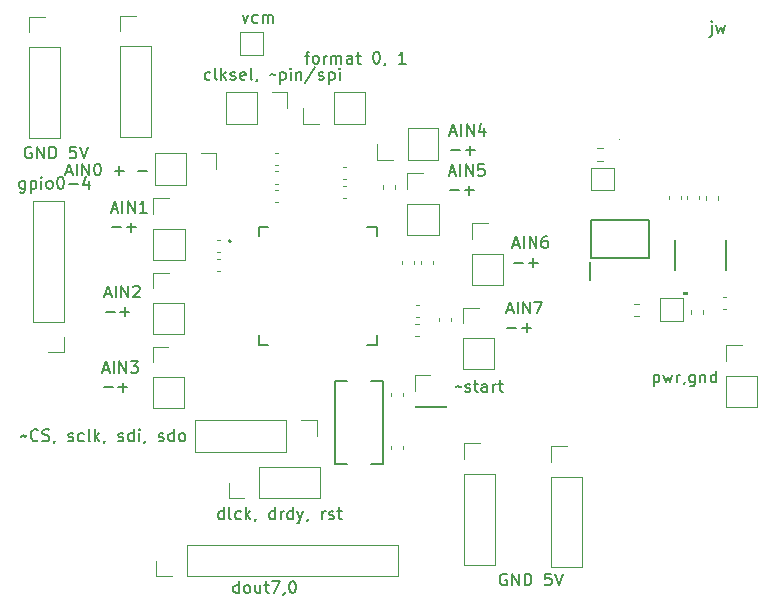
<source format=gbr>
%TF.GenerationSoftware,KiCad,Pcbnew,7.0.6*%
%TF.CreationDate,2024-02-20T00:48:49-05:00*%
%TF.ProjectId,AD7768_breakout,41443737-3638-45f6-9272-65616b6f7574,rev?*%
%TF.SameCoordinates,Original*%
%TF.FileFunction,Legend,Top*%
%TF.FilePolarity,Positive*%
%FSLAX46Y46*%
G04 Gerber Fmt 4.6, Leading zero omitted, Abs format (unit mm)*
G04 Created by KiCad (PCBNEW 7.0.6) date 2024-02-20 00:48:49*
%MOMM*%
%LPD*%
G01*
G04 APERTURE LIST*
%ADD10C,0.150000*%
%ADD11C,0.127000*%
%ADD12C,0.120000*%
%ADD13C,0.100000*%
%ADD14C,0.152400*%
%ADD15C,0.200000*%
G04 APERTURE END LIST*
D10*
X220806779Y-51323152D02*
X220806779Y-52180295D01*
X220806779Y-52180295D02*
X220759160Y-52275533D01*
X220759160Y-52275533D02*
X220663922Y-52323152D01*
X220663922Y-52323152D02*
X220616303Y-52323152D01*
X220806779Y-50989819D02*
X220759160Y-51037438D01*
X220759160Y-51037438D02*
X220806779Y-51085057D01*
X220806779Y-51085057D02*
X220854398Y-51037438D01*
X220854398Y-51037438D02*
X220806779Y-50989819D01*
X220806779Y-50989819D02*
X220806779Y-51085057D01*
X221187731Y-51323152D02*
X221378207Y-51989819D01*
X221378207Y-51989819D02*
X221568683Y-51513628D01*
X221568683Y-51513628D02*
X221759159Y-51989819D01*
X221759159Y-51989819D02*
X221949635Y-51323152D01*
X181081541Y-50483152D02*
X181319636Y-51149819D01*
X181319636Y-51149819D02*
X181557731Y-50483152D01*
X182367255Y-51102200D02*
X182272017Y-51149819D01*
X182272017Y-51149819D02*
X182081541Y-51149819D01*
X182081541Y-51149819D02*
X181986303Y-51102200D01*
X181986303Y-51102200D02*
X181938684Y-51054580D01*
X181938684Y-51054580D02*
X181891065Y-50959342D01*
X181891065Y-50959342D02*
X181891065Y-50673628D01*
X181891065Y-50673628D02*
X181938684Y-50578390D01*
X181938684Y-50578390D02*
X181986303Y-50530771D01*
X181986303Y-50530771D02*
X182081541Y-50483152D01*
X182081541Y-50483152D02*
X182272017Y-50483152D01*
X182272017Y-50483152D02*
X182367255Y-50530771D01*
X182795827Y-51149819D02*
X182795827Y-50483152D01*
X182795827Y-50578390D02*
X182843446Y-50530771D01*
X182843446Y-50530771D02*
X182938684Y-50483152D01*
X182938684Y-50483152D02*
X183081541Y-50483152D01*
X183081541Y-50483152D02*
X183176779Y-50530771D01*
X183176779Y-50530771D02*
X183224398Y-50626009D01*
X183224398Y-50626009D02*
X183224398Y-51149819D01*
X183224398Y-50626009D02*
X183272017Y-50530771D01*
X183272017Y-50530771D02*
X183367255Y-50483152D01*
X183367255Y-50483152D02*
X183510112Y-50483152D01*
X183510112Y-50483152D02*
X183605351Y-50530771D01*
X183605351Y-50530771D02*
X183652970Y-50626009D01*
X183652970Y-50626009D02*
X183652970Y-51149819D01*
X204009160Y-69934104D02*
X204485350Y-69934104D01*
X203913922Y-70219819D02*
X204247255Y-69219819D01*
X204247255Y-69219819D02*
X204580588Y-70219819D01*
X204913922Y-70219819D02*
X204913922Y-69219819D01*
X205390112Y-70219819D02*
X205390112Y-69219819D01*
X205390112Y-69219819D02*
X205961540Y-70219819D01*
X205961540Y-70219819D02*
X205961540Y-69219819D01*
X206866302Y-69219819D02*
X206675826Y-69219819D01*
X206675826Y-69219819D02*
X206580588Y-69267438D01*
X206580588Y-69267438D02*
X206532969Y-69315057D01*
X206532969Y-69315057D02*
X206437731Y-69457914D01*
X206437731Y-69457914D02*
X206390112Y-69648390D01*
X206390112Y-69648390D02*
X206390112Y-70029342D01*
X206390112Y-70029342D02*
X206437731Y-70124580D01*
X206437731Y-70124580D02*
X206485350Y-70172200D01*
X206485350Y-70172200D02*
X206580588Y-70219819D01*
X206580588Y-70219819D02*
X206771064Y-70219819D01*
X206771064Y-70219819D02*
X206866302Y-70172200D01*
X206866302Y-70172200D02*
X206913921Y-70124580D01*
X206913921Y-70124580D02*
X206961540Y-70029342D01*
X206961540Y-70029342D02*
X206961540Y-69791247D01*
X206961540Y-69791247D02*
X206913921Y-69696009D01*
X206913921Y-69696009D02*
X206866302Y-69648390D01*
X206866302Y-69648390D02*
X206771064Y-69600771D01*
X206771064Y-69600771D02*
X206580588Y-69600771D01*
X206580588Y-69600771D02*
X206485350Y-69648390D01*
X206485350Y-69648390D02*
X206437731Y-69696009D01*
X206437731Y-69696009D02*
X206390112Y-69791247D01*
X204056779Y-71448866D02*
X204818684Y-71448866D01*
X205294874Y-71448866D02*
X206056779Y-71448866D01*
X205675826Y-71829819D02*
X205675826Y-71067914D01*
X215896779Y-80933152D02*
X215896779Y-81933152D01*
X215896779Y-80980771D02*
X215992017Y-80933152D01*
X215992017Y-80933152D02*
X216182493Y-80933152D01*
X216182493Y-80933152D02*
X216277731Y-80980771D01*
X216277731Y-80980771D02*
X216325350Y-81028390D01*
X216325350Y-81028390D02*
X216372969Y-81123628D01*
X216372969Y-81123628D02*
X216372969Y-81409342D01*
X216372969Y-81409342D02*
X216325350Y-81504580D01*
X216325350Y-81504580D02*
X216277731Y-81552200D01*
X216277731Y-81552200D02*
X216182493Y-81599819D01*
X216182493Y-81599819D02*
X215992017Y-81599819D01*
X215992017Y-81599819D02*
X215896779Y-81552200D01*
X216706303Y-80933152D02*
X216896779Y-81599819D01*
X216896779Y-81599819D02*
X217087255Y-81123628D01*
X217087255Y-81123628D02*
X217277731Y-81599819D01*
X217277731Y-81599819D02*
X217468207Y-80933152D01*
X217849160Y-81599819D02*
X217849160Y-80933152D01*
X217849160Y-81123628D02*
X217896779Y-81028390D01*
X217896779Y-81028390D02*
X217944398Y-80980771D01*
X217944398Y-80980771D02*
X218039636Y-80933152D01*
X218039636Y-80933152D02*
X218134874Y-80933152D01*
X218515827Y-81552200D02*
X218515827Y-81599819D01*
X218515827Y-81599819D02*
X218468208Y-81695057D01*
X218468208Y-81695057D02*
X218420589Y-81742676D01*
X219372969Y-80933152D02*
X219372969Y-81742676D01*
X219372969Y-81742676D02*
X219325350Y-81837914D01*
X219325350Y-81837914D02*
X219277731Y-81885533D01*
X219277731Y-81885533D02*
X219182493Y-81933152D01*
X219182493Y-81933152D02*
X219039636Y-81933152D01*
X219039636Y-81933152D02*
X218944398Y-81885533D01*
X219372969Y-81552200D02*
X219277731Y-81599819D01*
X219277731Y-81599819D02*
X219087255Y-81599819D01*
X219087255Y-81599819D02*
X218992017Y-81552200D01*
X218992017Y-81552200D02*
X218944398Y-81504580D01*
X218944398Y-81504580D02*
X218896779Y-81409342D01*
X218896779Y-81409342D02*
X218896779Y-81123628D01*
X218896779Y-81123628D02*
X218944398Y-81028390D01*
X218944398Y-81028390D02*
X218992017Y-80980771D01*
X218992017Y-80980771D02*
X219087255Y-80933152D01*
X219087255Y-80933152D02*
X219277731Y-80933152D01*
X219277731Y-80933152D02*
X219372969Y-80980771D01*
X219849160Y-80933152D02*
X219849160Y-81599819D01*
X219849160Y-81028390D02*
X219896779Y-80980771D01*
X219896779Y-80980771D02*
X219992017Y-80933152D01*
X219992017Y-80933152D02*
X220134874Y-80933152D01*
X220134874Y-80933152D02*
X220230112Y-80980771D01*
X220230112Y-80980771D02*
X220277731Y-81076009D01*
X220277731Y-81076009D02*
X220277731Y-81599819D01*
X221182493Y-81599819D02*
X221182493Y-80599819D01*
X221182493Y-81552200D02*
X221087255Y-81599819D01*
X221087255Y-81599819D02*
X220896779Y-81599819D01*
X220896779Y-81599819D02*
X220801541Y-81552200D01*
X220801541Y-81552200D02*
X220753922Y-81504580D01*
X220753922Y-81504580D02*
X220706303Y-81409342D01*
X220706303Y-81409342D02*
X220706303Y-81123628D01*
X220706303Y-81123628D02*
X220753922Y-81028390D01*
X220753922Y-81028390D02*
X220801541Y-80980771D01*
X220801541Y-80980771D02*
X220896779Y-80933152D01*
X220896779Y-80933152D02*
X221087255Y-80933152D01*
X221087255Y-80933152D02*
X221182493Y-80980771D01*
X199123922Y-82018866D02*
X199171541Y-81971247D01*
X199171541Y-81971247D02*
X199266779Y-81923628D01*
X199266779Y-81923628D02*
X199457255Y-82018866D01*
X199457255Y-82018866D02*
X199552493Y-81971247D01*
X199552493Y-81971247D02*
X199600112Y-81923628D01*
X199933446Y-82352200D02*
X200028684Y-82399819D01*
X200028684Y-82399819D02*
X200219160Y-82399819D01*
X200219160Y-82399819D02*
X200314398Y-82352200D01*
X200314398Y-82352200D02*
X200362017Y-82256961D01*
X200362017Y-82256961D02*
X200362017Y-82209342D01*
X200362017Y-82209342D02*
X200314398Y-82114104D01*
X200314398Y-82114104D02*
X200219160Y-82066485D01*
X200219160Y-82066485D02*
X200076303Y-82066485D01*
X200076303Y-82066485D02*
X199981065Y-82018866D01*
X199981065Y-82018866D02*
X199933446Y-81923628D01*
X199933446Y-81923628D02*
X199933446Y-81876009D01*
X199933446Y-81876009D02*
X199981065Y-81780771D01*
X199981065Y-81780771D02*
X200076303Y-81733152D01*
X200076303Y-81733152D02*
X200219160Y-81733152D01*
X200219160Y-81733152D02*
X200314398Y-81780771D01*
X200647732Y-81733152D02*
X201028684Y-81733152D01*
X200790589Y-81399819D02*
X200790589Y-82256961D01*
X200790589Y-82256961D02*
X200838208Y-82352200D01*
X200838208Y-82352200D02*
X200933446Y-82399819D01*
X200933446Y-82399819D02*
X201028684Y-82399819D01*
X201790589Y-82399819D02*
X201790589Y-81876009D01*
X201790589Y-81876009D02*
X201742970Y-81780771D01*
X201742970Y-81780771D02*
X201647732Y-81733152D01*
X201647732Y-81733152D02*
X201457256Y-81733152D01*
X201457256Y-81733152D02*
X201362018Y-81780771D01*
X201790589Y-82352200D02*
X201695351Y-82399819D01*
X201695351Y-82399819D02*
X201457256Y-82399819D01*
X201457256Y-82399819D02*
X201362018Y-82352200D01*
X201362018Y-82352200D02*
X201314399Y-82256961D01*
X201314399Y-82256961D02*
X201314399Y-82161723D01*
X201314399Y-82161723D02*
X201362018Y-82066485D01*
X201362018Y-82066485D02*
X201457256Y-82018866D01*
X201457256Y-82018866D02*
X201695351Y-82018866D01*
X201695351Y-82018866D02*
X201790589Y-81971247D01*
X202266780Y-82399819D02*
X202266780Y-81733152D01*
X202266780Y-81923628D02*
X202314399Y-81828390D01*
X202314399Y-81828390D02*
X202362018Y-81780771D01*
X202362018Y-81780771D02*
X202457256Y-81733152D01*
X202457256Y-81733152D02*
X202552494Y-81733152D01*
X202742971Y-81733152D02*
X203123923Y-81733152D01*
X202885828Y-81399819D02*
X202885828Y-82256961D01*
X202885828Y-82256961D02*
X202933447Y-82352200D01*
X202933447Y-82352200D02*
X203028685Y-82399819D01*
X203028685Y-82399819D02*
X203123923Y-82399819D01*
X178345350Y-55932200D02*
X178250112Y-55979819D01*
X178250112Y-55979819D02*
X178059636Y-55979819D01*
X178059636Y-55979819D02*
X177964398Y-55932200D01*
X177964398Y-55932200D02*
X177916779Y-55884580D01*
X177916779Y-55884580D02*
X177869160Y-55789342D01*
X177869160Y-55789342D02*
X177869160Y-55503628D01*
X177869160Y-55503628D02*
X177916779Y-55408390D01*
X177916779Y-55408390D02*
X177964398Y-55360771D01*
X177964398Y-55360771D02*
X178059636Y-55313152D01*
X178059636Y-55313152D02*
X178250112Y-55313152D01*
X178250112Y-55313152D02*
X178345350Y-55360771D01*
X178916779Y-55979819D02*
X178821541Y-55932200D01*
X178821541Y-55932200D02*
X178773922Y-55836961D01*
X178773922Y-55836961D02*
X178773922Y-54979819D01*
X179297732Y-55979819D02*
X179297732Y-54979819D01*
X179392970Y-55598866D02*
X179678684Y-55979819D01*
X179678684Y-55313152D02*
X179297732Y-55694104D01*
X180059637Y-55932200D02*
X180154875Y-55979819D01*
X180154875Y-55979819D02*
X180345351Y-55979819D01*
X180345351Y-55979819D02*
X180440589Y-55932200D01*
X180440589Y-55932200D02*
X180488208Y-55836961D01*
X180488208Y-55836961D02*
X180488208Y-55789342D01*
X180488208Y-55789342D02*
X180440589Y-55694104D01*
X180440589Y-55694104D02*
X180345351Y-55646485D01*
X180345351Y-55646485D02*
X180202494Y-55646485D01*
X180202494Y-55646485D02*
X180107256Y-55598866D01*
X180107256Y-55598866D02*
X180059637Y-55503628D01*
X180059637Y-55503628D02*
X180059637Y-55456009D01*
X180059637Y-55456009D02*
X180107256Y-55360771D01*
X180107256Y-55360771D02*
X180202494Y-55313152D01*
X180202494Y-55313152D02*
X180345351Y-55313152D01*
X180345351Y-55313152D02*
X180440589Y-55360771D01*
X181297732Y-55932200D02*
X181202494Y-55979819D01*
X181202494Y-55979819D02*
X181012018Y-55979819D01*
X181012018Y-55979819D02*
X180916780Y-55932200D01*
X180916780Y-55932200D02*
X180869161Y-55836961D01*
X180869161Y-55836961D02*
X180869161Y-55456009D01*
X180869161Y-55456009D02*
X180916780Y-55360771D01*
X180916780Y-55360771D02*
X181012018Y-55313152D01*
X181012018Y-55313152D02*
X181202494Y-55313152D01*
X181202494Y-55313152D02*
X181297732Y-55360771D01*
X181297732Y-55360771D02*
X181345351Y-55456009D01*
X181345351Y-55456009D02*
X181345351Y-55551247D01*
X181345351Y-55551247D02*
X180869161Y-55646485D01*
X181916780Y-55979819D02*
X181821542Y-55932200D01*
X181821542Y-55932200D02*
X181773923Y-55836961D01*
X181773923Y-55836961D02*
X181773923Y-54979819D01*
X182345352Y-55932200D02*
X182345352Y-55979819D01*
X182345352Y-55979819D02*
X182297733Y-56075057D01*
X182297733Y-56075057D02*
X182250114Y-56122676D01*
X183392971Y-55598866D02*
X183440590Y-55551247D01*
X183440590Y-55551247D02*
X183535828Y-55503628D01*
X183535828Y-55503628D02*
X183726304Y-55598866D01*
X183726304Y-55598866D02*
X183821542Y-55551247D01*
X183821542Y-55551247D02*
X183869161Y-55503628D01*
X184250114Y-55313152D02*
X184250114Y-56313152D01*
X184250114Y-55360771D02*
X184345352Y-55313152D01*
X184345352Y-55313152D02*
X184535828Y-55313152D01*
X184535828Y-55313152D02*
X184631066Y-55360771D01*
X184631066Y-55360771D02*
X184678685Y-55408390D01*
X184678685Y-55408390D02*
X184726304Y-55503628D01*
X184726304Y-55503628D02*
X184726304Y-55789342D01*
X184726304Y-55789342D02*
X184678685Y-55884580D01*
X184678685Y-55884580D02*
X184631066Y-55932200D01*
X184631066Y-55932200D02*
X184535828Y-55979819D01*
X184535828Y-55979819D02*
X184345352Y-55979819D01*
X184345352Y-55979819D02*
X184250114Y-55932200D01*
X185154876Y-55979819D02*
X185154876Y-55313152D01*
X185154876Y-54979819D02*
X185107257Y-55027438D01*
X185107257Y-55027438D02*
X185154876Y-55075057D01*
X185154876Y-55075057D02*
X185202495Y-55027438D01*
X185202495Y-55027438D02*
X185154876Y-54979819D01*
X185154876Y-54979819D02*
X185154876Y-55075057D01*
X185631066Y-55313152D02*
X185631066Y-55979819D01*
X185631066Y-55408390D02*
X185678685Y-55360771D01*
X185678685Y-55360771D02*
X185773923Y-55313152D01*
X185773923Y-55313152D02*
X185916780Y-55313152D01*
X185916780Y-55313152D02*
X186012018Y-55360771D01*
X186012018Y-55360771D02*
X186059637Y-55456009D01*
X186059637Y-55456009D02*
X186059637Y-55979819D01*
X187250113Y-54932200D02*
X186392971Y-56217914D01*
X187535828Y-55932200D02*
X187631066Y-55979819D01*
X187631066Y-55979819D02*
X187821542Y-55979819D01*
X187821542Y-55979819D02*
X187916780Y-55932200D01*
X187916780Y-55932200D02*
X187964399Y-55836961D01*
X187964399Y-55836961D02*
X187964399Y-55789342D01*
X187964399Y-55789342D02*
X187916780Y-55694104D01*
X187916780Y-55694104D02*
X187821542Y-55646485D01*
X187821542Y-55646485D02*
X187678685Y-55646485D01*
X187678685Y-55646485D02*
X187583447Y-55598866D01*
X187583447Y-55598866D02*
X187535828Y-55503628D01*
X187535828Y-55503628D02*
X187535828Y-55456009D01*
X187535828Y-55456009D02*
X187583447Y-55360771D01*
X187583447Y-55360771D02*
X187678685Y-55313152D01*
X187678685Y-55313152D02*
X187821542Y-55313152D01*
X187821542Y-55313152D02*
X187916780Y-55360771D01*
X188392971Y-55313152D02*
X188392971Y-56313152D01*
X188392971Y-55360771D02*
X188488209Y-55313152D01*
X188488209Y-55313152D02*
X188678685Y-55313152D01*
X188678685Y-55313152D02*
X188773923Y-55360771D01*
X188773923Y-55360771D02*
X188821542Y-55408390D01*
X188821542Y-55408390D02*
X188869161Y-55503628D01*
X188869161Y-55503628D02*
X188869161Y-55789342D01*
X188869161Y-55789342D02*
X188821542Y-55884580D01*
X188821542Y-55884580D02*
X188773923Y-55932200D01*
X188773923Y-55932200D02*
X188678685Y-55979819D01*
X188678685Y-55979819D02*
X188488209Y-55979819D01*
X188488209Y-55979819D02*
X188392971Y-55932200D01*
X189297733Y-55979819D02*
X189297733Y-55313152D01*
X189297733Y-54979819D02*
X189250114Y-55027438D01*
X189250114Y-55027438D02*
X189297733Y-55075057D01*
X189297733Y-55075057D02*
X189345352Y-55027438D01*
X189345352Y-55027438D02*
X189297733Y-54979819D01*
X189297733Y-54979819D02*
X189297733Y-55075057D01*
X203440588Y-97827438D02*
X203345350Y-97779819D01*
X203345350Y-97779819D02*
X203202493Y-97779819D01*
X203202493Y-97779819D02*
X203059636Y-97827438D01*
X203059636Y-97827438D02*
X202964398Y-97922676D01*
X202964398Y-97922676D02*
X202916779Y-98017914D01*
X202916779Y-98017914D02*
X202869160Y-98208390D01*
X202869160Y-98208390D02*
X202869160Y-98351247D01*
X202869160Y-98351247D02*
X202916779Y-98541723D01*
X202916779Y-98541723D02*
X202964398Y-98636961D01*
X202964398Y-98636961D02*
X203059636Y-98732200D01*
X203059636Y-98732200D02*
X203202493Y-98779819D01*
X203202493Y-98779819D02*
X203297731Y-98779819D01*
X203297731Y-98779819D02*
X203440588Y-98732200D01*
X203440588Y-98732200D02*
X203488207Y-98684580D01*
X203488207Y-98684580D02*
X203488207Y-98351247D01*
X203488207Y-98351247D02*
X203297731Y-98351247D01*
X203916779Y-98779819D02*
X203916779Y-97779819D01*
X203916779Y-97779819D02*
X204488207Y-98779819D01*
X204488207Y-98779819D02*
X204488207Y-97779819D01*
X204964398Y-98779819D02*
X204964398Y-97779819D01*
X204964398Y-97779819D02*
X205202493Y-97779819D01*
X205202493Y-97779819D02*
X205345350Y-97827438D01*
X205345350Y-97827438D02*
X205440588Y-97922676D01*
X205440588Y-97922676D02*
X205488207Y-98017914D01*
X205488207Y-98017914D02*
X205535826Y-98208390D01*
X205535826Y-98208390D02*
X205535826Y-98351247D01*
X205535826Y-98351247D02*
X205488207Y-98541723D01*
X205488207Y-98541723D02*
X205440588Y-98636961D01*
X205440588Y-98636961D02*
X205345350Y-98732200D01*
X205345350Y-98732200D02*
X205202493Y-98779819D01*
X205202493Y-98779819D02*
X204964398Y-98779819D01*
X207202493Y-97779819D02*
X206726303Y-97779819D01*
X206726303Y-97779819D02*
X206678684Y-98256009D01*
X206678684Y-98256009D02*
X206726303Y-98208390D01*
X206726303Y-98208390D02*
X206821541Y-98160771D01*
X206821541Y-98160771D02*
X207059636Y-98160771D01*
X207059636Y-98160771D02*
X207154874Y-98208390D01*
X207154874Y-98208390D02*
X207202493Y-98256009D01*
X207202493Y-98256009D02*
X207250112Y-98351247D01*
X207250112Y-98351247D02*
X207250112Y-98589342D01*
X207250112Y-98589342D02*
X207202493Y-98684580D01*
X207202493Y-98684580D02*
X207154874Y-98732200D01*
X207154874Y-98732200D02*
X207059636Y-98779819D01*
X207059636Y-98779819D02*
X206821541Y-98779819D01*
X206821541Y-98779819D02*
X206726303Y-98732200D01*
X206726303Y-98732200D02*
X206678684Y-98684580D01*
X207535827Y-97779819D02*
X207869160Y-98779819D01*
X207869160Y-98779819D02*
X208202493Y-97779819D01*
X169439160Y-74114104D02*
X169915350Y-74114104D01*
X169343922Y-74399819D02*
X169677255Y-73399819D01*
X169677255Y-73399819D02*
X170010588Y-74399819D01*
X170343922Y-74399819D02*
X170343922Y-73399819D01*
X170820112Y-74399819D02*
X170820112Y-73399819D01*
X170820112Y-73399819D02*
X171391540Y-74399819D01*
X171391540Y-74399819D02*
X171391540Y-73399819D01*
X171820112Y-73495057D02*
X171867731Y-73447438D01*
X171867731Y-73447438D02*
X171962969Y-73399819D01*
X171962969Y-73399819D02*
X172201064Y-73399819D01*
X172201064Y-73399819D02*
X172296302Y-73447438D01*
X172296302Y-73447438D02*
X172343921Y-73495057D01*
X172343921Y-73495057D02*
X172391540Y-73590295D01*
X172391540Y-73590295D02*
X172391540Y-73685533D01*
X172391540Y-73685533D02*
X172343921Y-73828390D01*
X172343921Y-73828390D02*
X171772493Y-74399819D01*
X171772493Y-74399819D02*
X172391540Y-74399819D01*
X169486779Y-75628866D02*
X170248684Y-75628866D01*
X170724874Y-75628866D02*
X171486779Y-75628866D01*
X171105826Y-76009819D02*
X171105826Y-75247914D01*
X170009160Y-66934104D02*
X170485350Y-66934104D01*
X169913922Y-67219819D02*
X170247255Y-66219819D01*
X170247255Y-66219819D02*
X170580588Y-67219819D01*
X170913922Y-67219819D02*
X170913922Y-66219819D01*
X171390112Y-67219819D02*
X171390112Y-66219819D01*
X171390112Y-66219819D02*
X171961540Y-67219819D01*
X171961540Y-67219819D02*
X171961540Y-66219819D01*
X172961540Y-67219819D02*
X172390112Y-67219819D01*
X172675826Y-67219819D02*
X172675826Y-66219819D01*
X172675826Y-66219819D02*
X172580588Y-66362676D01*
X172580588Y-66362676D02*
X172485350Y-66457914D01*
X172485350Y-66457914D02*
X172390112Y-66505533D01*
X170056779Y-68448866D02*
X170818684Y-68448866D01*
X171294874Y-68448866D02*
X172056779Y-68448866D01*
X171675826Y-68829819D02*
X171675826Y-68067914D01*
X162333922Y-86188866D02*
X162381541Y-86141247D01*
X162381541Y-86141247D02*
X162476779Y-86093628D01*
X162476779Y-86093628D02*
X162667255Y-86188866D01*
X162667255Y-86188866D02*
X162762493Y-86141247D01*
X162762493Y-86141247D02*
X162810112Y-86093628D01*
X163762493Y-86474580D02*
X163714874Y-86522200D01*
X163714874Y-86522200D02*
X163572017Y-86569819D01*
X163572017Y-86569819D02*
X163476779Y-86569819D01*
X163476779Y-86569819D02*
X163333922Y-86522200D01*
X163333922Y-86522200D02*
X163238684Y-86426961D01*
X163238684Y-86426961D02*
X163191065Y-86331723D01*
X163191065Y-86331723D02*
X163143446Y-86141247D01*
X163143446Y-86141247D02*
X163143446Y-85998390D01*
X163143446Y-85998390D02*
X163191065Y-85807914D01*
X163191065Y-85807914D02*
X163238684Y-85712676D01*
X163238684Y-85712676D02*
X163333922Y-85617438D01*
X163333922Y-85617438D02*
X163476779Y-85569819D01*
X163476779Y-85569819D02*
X163572017Y-85569819D01*
X163572017Y-85569819D02*
X163714874Y-85617438D01*
X163714874Y-85617438D02*
X163762493Y-85665057D01*
X164143446Y-86522200D02*
X164286303Y-86569819D01*
X164286303Y-86569819D02*
X164524398Y-86569819D01*
X164524398Y-86569819D02*
X164619636Y-86522200D01*
X164619636Y-86522200D02*
X164667255Y-86474580D01*
X164667255Y-86474580D02*
X164714874Y-86379342D01*
X164714874Y-86379342D02*
X164714874Y-86284104D01*
X164714874Y-86284104D02*
X164667255Y-86188866D01*
X164667255Y-86188866D02*
X164619636Y-86141247D01*
X164619636Y-86141247D02*
X164524398Y-86093628D01*
X164524398Y-86093628D02*
X164333922Y-86046009D01*
X164333922Y-86046009D02*
X164238684Y-85998390D01*
X164238684Y-85998390D02*
X164191065Y-85950771D01*
X164191065Y-85950771D02*
X164143446Y-85855533D01*
X164143446Y-85855533D02*
X164143446Y-85760295D01*
X164143446Y-85760295D02*
X164191065Y-85665057D01*
X164191065Y-85665057D02*
X164238684Y-85617438D01*
X164238684Y-85617438D02*
X164333922Y-85569819D01*
X164333922Y-85569819D02*
X164572017Y-85569819D01*
X164572017Y-85569819D02*
X164714874Y-85617438D01*
X165191065Y-86522200D02*
X165191065Y-86569819D01*
X165191065Y-86569819D02*
X165143446Y-86665057D01*
X165143446Y-86665057D02*
X165095827Y-86712676D01*
X166333922Y-86522200D02*
X166429160Y-86569819D01*
X166429160Y-86569819D02*
X166619636Y-86569819D01*
X166619636Y-86569819D02*
X166714874Y-86522200D01*
X166714874Y-86522200D02*
X166762493Y-86426961D01*
X166762493Y-86426961D02*
X166762493Y-86379342D01*
X166762493Y-86379342D02*
X166714874Y-86284104D01*
X166714874Y-86284104D02*
X166619636Y-86236485D01*
X166619636Y-86236485D02*
X166476779Y-86236485D01*
X166476779Y-86236485D02*
X166381541Y-86188866D01*
X166381541Y-86188866D02*
X166333922Y-86093628D01*
X166333922Y-86093628D02*
X166333922Y-86046009D01*
X166333922Y-86046009D02*
X166381541Y-85950771D01*
X166381541Y-85950771D02*
X166476779Y-85903152D01*
X166476779Y-85903152D02*
X166619636Y-85903152D01*
X166619636Y-85903152D02*
X166714874Y-85950771D01*
X167619636Y-86522200D02*
X167524398Y-86569819D01*
X167524398Y-86569819D02*
X167333922Y-86569819D01*
X167333922Y-86569819D02*
X167238684Y-86522200D01*
X167238684Y-86522200D02*
X167191065Y-86474580D01*
X167191065Y-86474580D02*
X167143446Y-86379342D01*
X167143446Y-86379342D02*
X167143446Y-86093628D01*
X167143446Y-86093628D02*
X167191065Y-85998390D01*
X167191065Y-85998390D02*
X167238684Y-85950771D01*
X167238684Y-85950771D02*
X167333922Y-85903152D01*
X167333922Y-85903152D02*
X167524398Y-85903152D01*
X167524398Y-85903152D02*
X167619636Y-85950771D01*
X168191065Y-86569819D02*
X168095827Y-86522200D01*
X168095827Y-86522200D02*
X168048208Y-86426961D01*
X168048208Y-86426961D02*
X168048208Y-85569819D01*
X168572018Y-86569819D02*
X168572018Y-85569819D01*
X168667256Y-86188866D02*
X168952970Y-86569819D01*
X168952970Y-85903152D02*
X168572018Y-86284104D01*
X169429161Y-86522200D02*
X169429161Y-86569819D01*
X169429161Y-86569819D02*
X169381542Y-86665057D01*
X169381542Y-86665057D02*
X169333923Y-86712676D01*
X170572018Y-86522200D02*
X170667256Y-86569819D01*
X170667256Y-86569819D02*
X170857732Y-86569819D01*
X170857732Y-86569819D02*
X170952970Y-86522200D01*
X170952970Y-86522200D02*
X171000589Y-86426961D01*
X171000589Y-86426961D02*
X171000589Y-86379342D01*
X171000589Y-86379342D02*
X170952970Y-86284104D01*
X170952970Y-86284104D02*
X170857732Y-86236485D01*
X170857732Y-86236485D02*
X170714875Y-86236485D01*
X170714875Y-86236485D02*
X170619637Y-86188866D01*
X170619637Y-86188866D02*
X170572018Y-86093628D01*
X170572018Y-86093628D02*
X170572018Y-86046009D01*
X170572018Y-86046009D02*
X170619637Y-85950771D01*
X170619637Y-85950771D02*
X170714875Y-85903152D01*
X170714875Y-85903152D02*
X170857732Y-85903152D01*
X170857732Y-85903152D02*
X170952970Y-85950771D01*
X171857732Y-86569819D02*
X171857732Y-85569819D01*
X171857732Y-86522200D02*
X171762494Y-86569819D01*
X171762494Y-86569819D02*
X171572018Y-86569819D01*
X171572018Y-86569819D02*
X171476780Y-86522200D01*
X171476780Y-86522200D02*
X171429161Y-86474580D01*
X171429161Y-86474580D02*
X171381542Y-86379342D01*
X171381542Y-86379342D02*
X171381542Y-86093628D01*
X171381542Y-86093628D02*
X171429161Y-85998390D01*
X171429161Y-85998390D02*
X171476780Y-85950771D01*
X171476780Y-85950771D02*
X171572018Y-85903152D01*
X171572018Y-85903152D02*
X171762494Y-85903152D01*
X171762494Y-85903152D02*
X171857732Y-85950771D01*
X172333923Y-86569819D02*
X172333923Y-85903152D01*
X172333923Y-85569819D02*
X172286304Y-85617438D01*
X172286304Y-85617438D02*
X172333923Y-85665057D01*
X172333923Y-85665057D02*
X172381542Y-85617438D01*
X172381542Y-85617438D02*
X172333923Y-85569819D01*
X172333923Y-85569819D02*
X172333923Y-85665057D01*
X172857732Y-86522200D02*
X172857732Y-86569819D01*
X172857732Y-86569819D02*
X172810113Y-86665057D01*
X172810113Y-86665057D02*
X172762494Y-86712676D01*
X174000589Y-86522200D02*
X174095827Y-86569819D01*
X174095827Y-86569819D02*
X174286303Y-86569819D01*
X174286303Y-86569819D02*
X174381541Y-86522200D01*
X174381541Y-86522200D02*
X174429160Y-86426961D01*
X174429160Y-86426961D02*
X174429160Y-86379342D01*
X174429160Y-86379342D02*
X174381541Y-86284104D01*
X174381541Y-86284104D02*
X174286303Y-86236485D01*
X174286303Y-86236485D02*
X174143446Y-86236485D01*
X174143446Y-86236485D02*
X174048208Y-86188866D01*
X174048208Y-86188866D02*
X174000589Y-86093628D01*
X174000589Y-86093628D02*
X174000589Y-86046009D01*
X174000589Y-86046009D02*
X174048208Y-85950771D01*
X174048208Y-85950771D02*
X174143446Y-85903152D01*
X174143446Y-85903152D02*
X174286303Y-85903152D01*
X174286303Y-85903152D02*
X174381541Y-85950771D01*
X175286303Y-86569819D02*
X175286303Y-85569819D01*
X175286303Y-86522200D02*
X175191065Y-86569819D01*
X175191065Y-86569819D02*
X175000589Y-86569819D01*
X175000589Y-86569819D02*
X174905351Y-86522200D01*
X174905351Y-86522200D02*
X174857732Y-86474580D01*
X174857732Y-86474580D02*
X174810113Y-86379342D01*
X174810113Y-86379342D02*
X174810113Y-86093628D01*
X174810113Y-86093628D02*
X174857732Y-85998390D01*
X174857732Y-85998390D02*
X174905351Y-85950771D01*
X174905351Y-85950771D02*
X175000589Y-85903152D01*
X175000589Y-85903152D02*
X175191065Y-85903152D01*
X175191065Y-85903152D02*
X175286303Y-85950771D01*
X175905351Y-86569819D02*
X175810113Y-86522200D01*
X175810113Y-86522200D02*
X175762494Y-86474580D01*
X175762494Y-86474580D02*
X175714875Y-86379342D01*
X175714875Y-86379342D02*
X175714875Y-86093628D01*
X175714875Y-86093628D02*
X175762494Y-85998390D01*
X175762494Y-85998390D02*
X175810113Y-85950771D01*
X175810113Y-85950771D02*
X175905351Y-85903152D01*
X175905351Y-85903152D02*
X176048208Y-85903152D01*
X176048208Y-85903152D02*
X176143446Y-85950771D01*
X176143446Y-85950771D02*
X176191065Y-85998390D01*
X176191065Y-85998390D02*
X176238684Y-86093628D01*
X176238684Y-86093628D02*
X176238684Y-86379342D01*
X176238684Y-86379342D02*
X176191065Y-86474580D01*
X176191065Y-86474580D02*
X176143446Y-86522200D01*
X176143446Y-86522200D02*
X176048208Y-86569819D01*
X176048208Y-86569819D02*
X175905351Y-86569819D01*
X198619160Y-63824104D02*
X199095350Y-63824104D01*
X198523922Y-64109819D02*
X198857255Y-63109819D01*
X198857255Y-63109819D02*
X199190588Y-64109819D01*
X199523922Y-64109819D02*
X199523922Y-63109819D01*
X200000112Y-64109819D02*
X200000112Y-63109819D01*
X200000112Y-63109819D02*
X200571540Y-64109819D01*
X200571540Y-64109819D02*
X200571540Y-63109819D01*
X201523921Y-63109819D02*
X201047731Y-63109819D01*
X201047731Y-63109819D02*
X201000112Y-63586009D01*
X201000112Y-63586009D02*
X201047731Y-63538390D01*
X201047731Y-63538390D02*
X201142969Y-63490771D01*
X201142969Y-63490771D02*
X201381064Y-63490771D01*
X201381064Y-63490771D02*
X201476302Y-63538390D01*
X201476302Y-63538390D02*
X201523921Y-63586009D01*
X201523921Y-63586009D02*
X201571540Y-63681247D01*
X201571540Y-63681247D02*
X201571540Y-63919342D01*
X201571540Y-63919342D02*
X201523921Y-64014580D01*
X201523921Y-64014580D02*
X201476302Y-64062200D01*
X201476302Y-64062200D02*
X201381064Y-64109819D01*
X201381064Y-64109819D02*
X201142969Y-64109819D01*
X201142969Y-64109819D02*
X201047731Y-64062200D01*
X201047731Y-64062200D02*
X201000112Y-64014580D01*
X198666779Y-65338866D02*
X199428684Y-65338866D01*
X199904874Y-65338866D02*
X200666779Y-65338866D01*
X200285826Y-65719819D02*
X200285826Y-64957914D01*
X162665350Y-64533152D02*
X162665350Y-65342676D01*
X162665350Y-65342676D02*
X162617731Y-65437914D01*
X162617731Y-65437914D02*
X162570112Y-65485533D01*
X162570112Y-65485533D02*
X162474874Y-65533152D01*
X162474874Y-65533152D02*
X162332017Y-65533152D01*
X162332017Y-65533152D02*
X162236779Y-65485533D01*
X162665350Y-65152200D02*
X162570112Y-65199819D01*
X162570112Y-65199819D02*
X162379636Y-65199819D01*
X162379636Y-65199819D02*
X162284398Y-65152200D01*
X162284398Y-65152200D02*
X162236779Y-65104580D01*
X162236779Y-65104580D02*
X162189160Y-65009342D01*
X162189160Y-65009342D02*
X162189160Y-64723628D01*
X162189160Y-64723628D02*
X162236779Y-64628390D01*
X162236779Y-64628390D02*
X162284398Y-64580771D01*
X162284398Y-64580771D02*
X162379636Y-64533152D01*
X162379636Y-64533152D02*
X162570112Y-64533152D01*
X162570112Y-64533152D02*
X162665350Y-64580771D01*
X163141541Y-64533152D02*
X163141541Y-65533152D01*
X163141541Y-64580771D02*
X163236779Y-64533152D01*
X163236779Y-64533152D02*
X163427255Y-64533152D01*
X163427255Y-64533152D02*
X163522493Y-64580771D01*
X163522493Y-64580771D02*
X163570112Y-64628390D01*
X163570112Y-64628390D02*
X163617731Y-64723628D01*
X163617731Y-64723628D02*
X163617731Y-65009342D01*
X163617731Y-65009342D02*
X163570112Y-65104580D01*
X163570112Y-65104580D02*
X163522493Y-65152200D01*
X163522493Y-65152200D02*
X163427255Y-65199819D01*
X163427255Y-65199819D02*
X163236779Y-65199819D01*
X163236779Y-65199819D02*
X163141541Y-65152200D01*
X164046303Y-65199819D02*
X164046303Y-64533152D01*
X164046303Y-64199819D02*
X163998684Y-64247438D01*
X163998684Y-64247438D02*
X164046303Y-64295057D01*
X164046303Y-64295057D02*
X164093922Y-64247438D01*
X164093922Y-64247438D02*
X164046303Y-64199819D01*
X164046303Y-64199819D02*
X164046303Y-64295057D01*
X164665350Y-65199819D02*
X164570112Y-65152200D01*
X164570112Y-65152200D02*
X164522493Y-65104580D01*
X164522493Y-65104580D02*
X164474874Y-65009342D01*
X164474874Y-65009342D02*
X164474874Y-64723628D01*
X164474874Y-64723628D02*
X164522493Y-64628390D01*
X164522493Y-64628390D02*
X164570112Y-64580771D01*
X164570112Y-64580771D02*
X164665350Y-64533152D01*
X164665350Y-64533152D02*
X164808207Y-64533152D01*
X164808207Y-64533152D02*
X164903445Y-64580771D01*
X164903445Y-64580771D02*
X164951064Y-64628390D01*
X164951064Y-64628390D02*
X164998683Y-64723628D01*
X164998683Y-64723628D02*
X164998683Y-65009342D01*
X164998683Y-65009342D02*
X164951064Y-65104580D01*
X164951064Y-65104580D02*
X164903445Y-65152200D01*
X164903445Y-65152200D02*
X164808207Y-65199819D01*
X164808207Y-65199819D02*
X164665350Y-65199819D01*
X165617731Y-64199819D02*
X165712969Y-64199819D01*
X165712969Y-64199819D02*
X165808207Y-64247438D01*
X165808207Y-64247438D02*
X165855826Y-64295057D01*
X165855826Y-64295057D02*
X165903445Y-64390295D01*
X165903445Y-64390295D02*
X165951064Y-64580771D01*
X165951064Y-64580771D02*
X165951064Y-64818866D01*
X165951064Y-64818866D02*
X165903445Y-65009342D01*
X165903445Y-65009342D02*
X165855826Y-65104580D01*
X165855826Y-65104580D02*
X165808207Y-65152200D01*
X165808207Y-65152200D02*
X165712969Y-65199819D01*
X165712969Y-65199819D02*
X165617731Y-65199819D01*
X165617731Y-65199819D02*
X165522493Y-65152200D01*
X165522493Y-65152200D02*
X165474874Y-65104580D01*
X165474874Y-65104580D02*
X165427255Y-65009342D01*
X165427255Y-65009342D02*
X165379636Y-64818866D01*
X165379636Y-64818866D02*
X165379636Y-64580771D01*
X165379636Y-64580771D02*
X165427255Y-64390295D01*
X165427255Y-64390295D02*
X165474874Y-64295057D01*
X165474874Y-64295057D02*
X165522493Y-64247438D01*
X165522493Y-64247438D02*
X165617731Y-64199819D01*
X166379636Y-64818866D02*
X167141541Y-64818866D01*
X168046302Y-64533152D02*
X168046302Y-65199819D01*
X167808207Y-64152200D02*
X167570112Y-64866485D01*
X167570112Y-64866485D02*
X168189159Y-64866485D01*
X203459160Y-75474104D02*
X203935350Y-75474104D01*
X203363922Y-75759819D02*
X203697255Y-74759819D01*
X203697255Y-74759819D02*
X204030588Y-75759819D01*
X204363922Y-75759819D02*
X204363922Y-74759819D01*
X204840112Y-75759819D02*
X204840112Y-74759819D01*
X204840112Y-74759819D02*
X205411540Y-75759819D01*
X205411540Y-75759819D02*
X205411540Y-74759819D01*
X205792493Y-74759819D02*
X206459159Y-74759819D01*
X206459159Y-74759819D02*
X206030588Y-75759819D01*
X203506779Y-76988866D02*
X204268684Y-76988866D01*
X204744874Y-76988866D02*
X205506779Y-76988866D01*
X205125826Y-77369819D02*
X205125826Y-76607914D01*
X198689160Y-60414104D02*
X199165350Y-60414104D01*
X198593922Y-60699819D02*
X198927255Y-59699819D01*
X198927255Y-59699819D02*
X199260588Y-60699819D01*
X199593922Y-60699819D02*
X199593922Y-59699819D01*
X200070112Y-60699819D02*
X200070112Y-59699819D01*
X200070112Y-59699819D02*
X200641540Y-60699819D01*
X200641540Y-60699819D02*
X200641540Y-59699819D01*
X201546302Y-60033152D02*
X201546302Y-60699819D01*
X201308207Y-59652200D02*
X201070112Y-60366485D01*
X201070112Y-60366485D02*
X201689159Y-60366485D01*
X198736779Y-61928866D02*
X199498684Y-61928866D01*
X199974874Y-61928866D02*
X200736779Y-61928866D01*
X200355826Y-62309819D02*
X200355826Y-61547914D01*
X186363922Y-53933152D02*
X186744874Y-53933152D01*
X186506779Y-54599819D02*
X186506779Y-53742676D01*
X186506779Y-53742676D02*
X186554398Y-53647438D01*
X186554398Y-53647438D02*
X186649636Y-53599819D01*
X186649636Y-53599819D02*
X186744874Y-53599819D01*
X187221065Y-54599819D02*
X187125827Y-54552200D01*
X187125827Y-54552200D02*
X187078208Y-54504580D01*
X187078208Y-54504580D02*
X187030589Y-54409342D01*
X187030589Y-54409342D02*
X187030589Y-54123628D01*
X187030589Y-54123628D02*
X187078208Y-54028390D01*
X187078208Y-54028390D02*
X187125827Y-53980771D01*
X187125827Y-53980771D02*
X187221065Y-53933152D01*
X187221065Y-53933152D02*
X187363922Y-53933152D01*
X187363922Y-53933152D02*
X187459160Y-53980771D01*
X187459160Y-53980771D02*
X187506779Y-54028390D01*
X187506779Y-54028390D02*
X187554398Y-54123628D01*
X187554398Y-54123628D02*
X187554398Y-54409342D01*
X187554398Y-54409342D02*
X187506779Y-54504580D01*
X187506779Y-54504580D02*
X187459160Y-54552200D01*
X187459160Y-54552200D02*
X187363922Y-54599819D01*
X187363922Y-54599819D02*
X187221065Y-54599819D01*
X187982970Y-54599819D02*
X187982970Y-53933152D01*
X187982970Y-54123628D02*
X188030589Y-54028390D01*
X188030589Y-54028390D02*
X188078208Y-53980771D01*
X188078208Y-53980771D02*
X188173446Y-53933152D01*
X188173446Y-53933152D02*
X188268684Y-53933152D01*
X188602018Y-54599819D02*
X188602018Y-53933152D01*
X188602018Y-54028390D02*
X188649637Y-53980771D01*
X188649637Y-53980771D02*
X188744875Y-53933152D01*
X188744875Y-53933152D02*
X188887732Y-53933152D01*
X188887732Y-53933152D02*
X188982970Y-53980771D01*
X188982970Y-53980771D02*
X189030589Y-54076009D01*
X189030589Y-54076009D02*
X189030589Y-54599819D01*
X189030589Y-54076009D02*
X189078208Y-53980771D01*
X189078208Y-53980771D02*
X189173446Y-53933152D01*
X189173446Y-53933152D02*
X189316303Y-53933152D01*
X189316303Y-53933152D02*
X189411542Y-53980771D01*
X189411542Y-53980771D02*
X189459161Y-54076009D01*
X189459161Y-54076009D02*
X189459161Y-54599819D01*
X190363922Y-54599819D02*
X190363922Y-54076009D01*
X190363922Y-54076009D02*
X190316303Y-53980771D01*
X190316303Y-53980771D02*
X190221065Y-53933152D01*
X190221065Y-53933152D02*
X190030589Y-53933152D01*
X190030589Y-53933152D02*
X189935351Y-53980771D01*
X190363922Y-54552200D02*
X190268684Y-54599819D01*
X190268684Y-54599819D02*
X190030589Y-54599819D01*
X190030589Y-54599819D02*
X189935351Y-54552200D01*
X189935351Y-54552200D02*
X189887732Y-54456961D01*
X189887732Y-54456961D02*
X189887732Y-54361723D01*
X189887732Y-54361723D02*
X189935351Y-54266485D01*
X189935351Y-54266485D02*
X190030589Y-54218866D01*
X190030589Y-54218866D02*
X190268684Y-54218866D01*
X190268684Y-54218866D02*
X190363922Y-54171247D01*
X190697256Y-53933152D02*
X191078208Y-53933152D01*
X190840113Y-53599819D02*
X190840113Y-54456961D01*
X190840113Y-54456961D02*
X190887732Y-54552200D01*
X190887732Y-54552200D02*
X190982970Y-54599819D01*
X190982970Y-54599819D02*
X191078208Y-54599819D01*
X192363923Y-53599819D02*
X192459161Y-53599819D01*
X192459161Y-53599819D02*
X192554399Y-53647438D01*
X192554399Y-53647438D02*
X192602018Y-53695057D01*
X192602018Y-53695057D02*
X192649637Y-53790295D01*
X192649637Y-53790295D02*
X192697256Y-53980771D01*
X192697256Y-53980771D02*
X192697256Y-54218866D01*
X192697256Y-54218866D02*
X192649637Y-54409342D01*
X192649637Y-54409342D02*
X192602018Y-54504580D01*
X192602018Y-54504580D02*
X192554399Y-54552200D01*
X192554399Y-54552200D02*
X192459161Y-54599819D01*
X192459161Y-54599819D02*
X192363923Y-54599819D01*
X192363923Y-54599819D02*
X192268685Y-54552200D01*
X192268685Y-54552200D02*
X192221066Y-54504580D01*
X192221066Y-54504580D02*
X192173447Y-54409342D01*
X192173447Y-54409342D02*
X192125828Y-54218866D01*
X192125828Y-54218866D02*
X192125828Y-53980771D01*
X192125828Y-53980771D02*
X192173447Y-53790295D01*
X192173447Y-53790295D02*
X192221066Y-53695057D01*
X192221066Y-53695057D02*
X192268685Y-53647438D01*
X192268685Y-53647438D02*
X192363923Y-53599819D01*
X193173447Y-54552200D02*
X193173447Y-54599819D01*
X193173447Y-54599819D02*
X193125828Y-54695057D01*
X193125828Y-54695057D02*
X193078209Y-54742676D01*
X194887732Y-54599819D02*
X194316304Y-54599819D01*
X194602018Y-54599819D02*
X194602018Y-53599819D01*
X194602018Y-53599819D02*
X194506780Y-53742676D01*
X194506780Y-53742676D02*
X194411542Y-53837914D01*
X194411542Y-53837914D02*
X194316304Y-53885533D01*
X169279160Y-80514104D02*
X169755350Y-80514104D01*
X169183922Y-80799819D02*
X169517255Y-79799819D01*
X169517255Y-79799819D02*
X169850588Y-80799819D01*
X170183922Y-80799819D02*
X170183922Y-79799819D01*
X170660112Y-80799819D02*
X170660112Y-79799819D01*
X170660112Y-79799819D02*
X171231540Y-80799819D01*
X171231540Y-80799819D02*
X171231540Y-79799819D01*
X171612493Y-79799819D02*
X172231540Y-79799819D01*
X172231540Y-79799819D02*
X171898207Y-80180771D01*
X171898207Y-80180771D02*
X172041064Y-80180771D01*
X172041064Y-80180771D02*
X172136302Y-80228390D01*
X172136302Y-80228390D02*
X172183921Y-80276009D01*
X172183921Y-80276009D02*
X172231540Y-80371247D01*
X172231540Y-80371247D02*
X172231540Y-80609342D01*
X172231540Y-80609342D02*
X172183921Y-80704580D01*
X172183921Y-80704580D02*
X172136302Y-80752200D01*
X172136302Y-80752200D02*
X172041064Y-80799819D01*
X172041064Y-80799819D02*
X171755350Y-80799819D01*
X171755350Y-80799819D02*
X171660112Y-80752200D01*
X171660112Y-80752200D02*
X171612493Y-80704580D01*
X169326779Y-82028866D02*
X170088684Y-82028866D01*
X170564874Y-82028866D02*
X171326779Y-82028866D01*
X170945826Y-82409819D02*
X170945826Y-81647914D01*
X166129160Y-63784104D02*
X166605350Y-63784104D01*
X166033922Y-64069819D02*
X166367255Y-63069819D01*
X166367255Y-63069819D02*
X166700588Y-64069819D01*
X167033922Y-64069819D02*
X167033922Y-63069819D01*
X167510112Y-64069819D02*
X167510112Y-63069819D01*
X167510112Y-63069819D02*
X168081540Y-64069819D01*
X168081540Y-64069819D02*
X168081540Y-63069819D01*
X168748207Y-63069819D02*
X168843445Y-63069819D01*
X168843445Y-63069819D02*
X168938683Y-63117438D01*
X168938683Y-63117438D02*
X168986302Y-63165057D01*
X168986302Y-63165057D02*
X169033921Y-63260295D01*
X169033921Y-63260295D02*
X169081540Y-63450771D01*
X169081540Y-63450771D02*
X169081540Y-63688866D01*
X169081540Y-63688866D02*
X169033921Y-63879342D01*
X169033921Y-63879342D02*
X168986302Y-63974580D01*
X168986302Y-63974580D02*
X168938683Y-64022200D01*
X168938683Y-64022200D02*
X168843445Y-64069819D01*
X168843445Y-64069819D02*
X168748207Y-64069819D01*
X168748207Y-64069819D02*
X168652969Y-64022200D01*
X168652969Y-64022200D02*
X168605350Y-63974580D01*
X168605350Y-63974580D02*
X168557731Y-63879342D01*
X168557731Y-63879342D02*
X168510112Y-63688866D01*
X168510112Y-63688866D02*
X168510112Y-63450771D01*
X168510112Y-63450771D02*
X168557731Y-63260295D01*
X168557731Y-63260295D02*
X168605350Y-63165057D01*
X168605350Y-63165057D02*
X168652969Y-63117438D01*
X168652969Y-63117438D02*
X168748207Y-63069819D01*
X170272017Y-63688866D02*
X171033922Y-63688866D01*
X170652969Y-64069819D02*
X170652969Y-63307914D01*
X172272017Y-63688866D02*
X173033922Y-63688866D01*
X180785350Y-99419819D02*
X180785350Y-98419819D01*
X180785350Y-99372200D02*
X180690112Y-99419819D01*
X180690112Y-99419819D02*
X180499636Y-99419819D01*
X180499636Y-99419819D02*
X180404398Y-99372200D01*
X180404398Y-99372200D02*
X180356779Y-99324580D01*
X180356779Y-99324580D02*
X180309160Y-99229342D01*
X180309160Y-99229342D02*
X180309160Y-98943628D01*
X180309160Y-98943628D02*
X180356779Y-98848390D01*
X180356779Y-98848390D02*
X180404398Y-98800771D01*
X180404398Y-98800771D02*
X180499636Y-98753152D01*
X180499636Y-98753152D02*
X180690112Y-98753152D01*
X180690112Y-98753152D02*
X180785350Y-98800771D01*
X181404398Y-99419819D02*
X181309160Y-99372200D01*
X181309160Y-99372200D02*
X181261541Y-99324580D01*
X181261541Y-99324580D02*
X181213922Y-99229342D01*
X181213922Y-99229342D02*
X181213922Y-98943628D01*
X181213922Y-98943628D02*
X181261541Y-98848390D01*
X181261541Y-98848390D02*
X181309160Y-98800771D01*
X181309160Y-98800771D02*
X181404398Y-98753152D01*
X181404398Y-98753152D02*
X181547255Y-98753152D01*
X181547255Y-98753152D02*
X181642493Y-98800771D01*
X181642493Y-98800771D02*
X181690112Y-98848390D01*
X181690112Y-98848390D02*
X181737731Y-98943628D01*
X181737731Y-98943628D02*
X181737731Y-99229342D01*
X181737731Y-99229342D02*
X181690112Y-99324580D01*
X181690112Y-99324580D02*
X181642493Y-99372200D01*
X181642493Y-99372200D02*
X181547255Y-99419819D01*
X181547255Y-99419819D02*
X181404398Y-99419819D01*
X182594874Y-98753152D02*
X182594874Y-99419819D01*
X182166303Y-98753152D02*
X182166303Y-99276961D01*
X182166303Y-99276961D02*
X182213922Y-99372200D01*
X182213922Y-99372200D02*
X182309160Y-99419819D01*
X182309160Y-99419819D02*
X182452017Y-99419819D01*
X182452017Y-99419819D02*
X182547255Y-99372200D01*
X182547255Y-99372200D02*
X182594874Y-99324580D01*
X182928208Y-98753152D02*
X183309160Y-98753152D01*
X183071065Y-98419819D02*
X183071065Y-99276961D01*
X183071065Y-99276961D02*
X183118684Y-99372200D01*
X183118684Y-99372200D02*
X183213922Y-99419819D01*
X183213922Y-99419819D02*
X183309160Y-99419819D01*
X183547256Y-98419819D02*
X184213922Y-98419819D01*
X184213922Y-98419819D02*
X183785351Y-99419819D01*
X184642494Y-99372200D02*
X184642494Y-99419819D01*
X184642494Y-99419819D02*
X184594875Y-99515057D01*
X184594875Y-99515057D02*
X184547256Y-99562676D01*
X185261541Y-98419819D02*
X185356779Y-98419819D01*
X185356779Y-98419819D02*
X185452017Y-98467438D01*
X185452017Y-98467438D02*
X185499636Y-98515057D01*
X185499636Y-98515057D02*
X185547255Y-98610295D01*
X185547255Y-98610295D02*
X185594874Y-98800771D01*
X185594874Y-98800771D02*
X185594874Y-99038866D01*
X185594874Y-99038866D02*
X185547255Y-99229342D01*
X185547255Y-99229342D02*
X185499636Y-99324580D01*
X185499636Y-99324580D02*
X185452017Y-99372200D01*
X185452017Y-99372200D02*
X185356779Y-99419819D01*
X185356779Y-99419819D02*
X185261541Y-99419819D01*
X185261541Y-99419819D02*
X185166303Y-99372200D01*
X185166303Y-99372200D02*
X185118684Y-99324580D01*
X185118684Y-99324580D02*
X185071065Y-99229342D01*
X185071065Y-99229342D02*
X185023446Y-99038866D01*
X185023446Y-99038866D02*
X185023446Y-98800771D01*
X185023446Y-98800771D02*
X185071065Y-98610295D01*
X185071065Y-98610295D02*
X185118684Y-98515057D01*
X185118684Y-98515057D02*
X185166303Y-98467438D01*
X185166303Y-98467438D02*
X185261541Y-98419819D01*
X179495350Y-93189819D02*
X179495350Y-92189819D01*
X179495350Y-93142200D02*
X179400112Y-93189819D01*
X179400112Y-93189819D02*
X179209636Y-93189819D01*
X179209636Y-93189819D02*
X179114398Y-93142200D01*
X179114398Y-93142200D02*
X179066779Y-93094580D01*
X179066779Y-93094580D02*
X179019160Y-92999342D01*
X179019160Y-92999342D02*
X179019160Y-92713628D01*
X179019160Y-92713628D02*
X179066779Y-92618390D01*
X179066779Y-92618390D02*
X179114398Y-92570771D01*
X179114398Y-92570771D02*
X179209636Y-92523152D01*
X179209636Y-92523152D02*
X179400112Y-92523152D01*
X179400112Y-92523152D02*
X179495350Y-92570771D01*
X180114398Y-93189819D02*
X180019160Y-93142200D01*
X180019160Y-93142200D02*
X179971541Y-93046961D01*
X179971541Y-93046961D02*
X179971541Y-92189819D01*
X180923922Y-93142200D02*
X180828684Y-93189819D01*
X180828684Y-93189819D02*
X180638208Y-93189819D01*
X180638208Y-93189819D02*
X180542970Y-93142200D01*
X180542970Y-93142200D02*
X180495351Y-93094580D01*
X180495351Y-93094580D02*
X180447732Y-92999342D01*
X180447732Y-92999342D02*
X180447732Y-92713628D01*
X180447732Y-92713628D02*
X180495351Y-92618390D01*
X180495351Y-92618390D02*
X180542970Y-92570771D01*
X180542970Y-92570771D02*
X180638208Y-92523152D01*
X180638208Y-92523152D02*
X180828684Y-92523152D01*
X180828684Y-92523152D02*
X180923922Y-92570771D01*
X181352494Y-93189819D02*
X181352494Y-92189819D01*
X181447732Y-92808866D02*
X181733446Y-93189819D01*
X181733446Y-92523152D02*
X181352494Y-92904104D01*
X182209637Y-93142200D02*
X182209637Y-93189819D01*
X182209637Y-93189819D02*
X182162018Y-93285057D01*
X182162018Y-93285057D02*
X182114399Y-93332676D01*
X183828684Y-93189819D02*
X183828684Y-92189819D01*
X183828684Y-93142200D02*
X183733446Y-93189819D01*
X183733446Y-93189819D02*
X183542970Y-93189819D01*
X183542970Y-93189819D02*
X183447732Y-93142200D01*
X183447732Y-93142200D02*
X183400113Y-93094580D01*
X183400113Y-93094580D02*
X183352494Y-92999342D01*
X183352494Y-92999342D02*
X183352494Y-92713628D01*
X183352494Y-92713628D02*
X183400113Y-92618390D01*
X183400113Y-92618390D02*
X183447732Y-92570771D01*
X183447732Y-92570771D02*
X183542970Y-92523152D01*
X183542970Y-92523152D02*
X183733446Y-92523152D01*
X183733446Y-92523152D02*
X183828684Y-92570771D01*
X184304875Y-93189819D02*
X184304875Y-92523152D01*
X184304875Y-92713628D02*
X184352494Y-92618390D01*
X184352494Y-92618390D02*
X184400113Y-92570771D01*
X184400113Y-92570771D02*
X184495351Y-92523152D01*
X184495351Y-92523152D02*
X184590589Y-92523152D01*
X185352494Y-93189819D02*
X185352494Y-92189819D01*
X185352494Y-93142200D02*
X185257256Y-93189819D01*
X185257256Y-93189819D02*
X185066780Y-93189819D01*
X185066780Y-93189819D02*
X184971542Y-93142200D01*
X184971542Y-93142200D02*
X184923923Y-93094580D01*
X184923923Y-93094580D02*
X184876304Y-92999342D01*
X184876304Y-92999342D02*
X184876304Y-92713628D01*
X184876304Y-92713628D02*
X184923923Y-92618390D01*
X184923923Y-92618390D02*
X184971542Y-92570771D01*
X184971542Y-92570771D02*
X185066780Y-92523152D01*
X185066780Y-92523152D02*
X185257256Y-92523152D01*
X185257256Y-92523152D02*
X185352494Y-92570771D01*
X185733447Y-92523152D02*
X185971542Y-93189819D01*
X186209637Y-92523152D02*
X185971542Y-93189819D01*
X185971542Y-93189819D02*
X185876304Y-93427914D01*
X185876304Y-93427914D02*
X185828685Y-93475533D01*
X185828685Y-93475533D02*
X185733447Y-93523152D01*
X186638209Y-93142200D02*
X186638209Y-93189819D01*
X186638209Y-93189819D02*
X186590590Y-93285057D01*
X186590590Y-93285057D02*
X186542971Y-93332676D01*
X187828685Y-93189819D02*
X187828685Y-92523152D01*
X187828685Y-92713628D02*
X187876304Y-92618390D01*
X187876304Y-92618390D02*
X187923923Y-92570771D01*
X187923923Y-92570771D02*
X188019161Y-92523152D01*
X188019161Y-92523152D02*
X188114399Y-92523152D01*
X188400114Y-93142200D02*
X188495352Y-93189819D01*
X188495352Y-93189819D02*
X188685828Y-93189819D01*
X188685828Y-93189819D02*
X188781066Y-93142200D01*
X188781066Y-93142200D02*
X188828685Y-93046961D01*
X188828685Y-93046961D02*
X188828685Y-92999342D01*
X188828685Y-92999342D02*
X188781066Y-92904104D01*
X188781066Y-92904104D02*
X188685828Y-92856485D01*
X188685828Y-92856485D02*
X188542971Y-92856485D01*
X188542971Y-92856485D02*
X188447733Y-92808866D01*
X188447733Y-92808866D02*
X188400114Y-92713628D01*
X188400114Y-92713628D02*
X188400114Y-92666009D01*
X188400114Y-92666009D02*
X188447733Y-92570771D01*
X188447733Y-92570771D02*
X188542971Y-92523152D01*
X188542971Y-92523152D02*
X188685828Y-92523152D01*
X188685828Y-92523152D02*
X188781066Y-92570771D01*
X189114400Y-92523152D02*
X189495352Y-92523152D01*
X189257257Y-92189819D02*
X189257257Y-93046961D01*
X189257257Y-93046961D02*
X189304876Y-93142200D01*
X189304876Y-93142200D02*
X189400114Y-93189819D01*
X189400114Y-93189819D02*
X189495352Y-93189819D01*
X163210588Y-61687438D02*
X163115350Y-61639819D01*
X163115350Y-61639819D02*
X162972493Y-61639819D01*
X162972493Y-61639819D02*
X162829636Y-61687438D01*
X162829636Y-61687438D02*
X162734398Y-61782676D01*
X162734398Y-61782676D02*
X162686779Y-61877914D01*
X162686779Y-61877914D02*
X162639160Y-62068390D01*
X162639160Y-62068390D02*
X162639160Y-62211247D01*
X162639160Y-62211247D02*
X162686779Y-62401723D01*
X162686779Y-62401723D02*
X162734398Y-62496961D01*
X162734398Y-62496961D02*
X162829636Y-62592200D01*
X162829636Y-62592200D02*
X162972493Y-62639819D01*
X162972493Y-62639819D02*
X163067731Y-62639819D01*
X163067731Y-62639819D02*
X163210588Y-62592200D01*
X163210588Y-62592200D02*
X163258207Y-62544580D01*
X163258207Y-62544580D02*
X163258207Y-62211247D01*
X163258207Y-62211247D02*
X163067731Y-62211247D01*
X163686779Y-62639819D02*
X163686779Y-61639819D01*
X163686779Y-61639819D02*
X164258207Y-62639819D01*
X164258207Y-62639819D02*
X164258207Y-61639819D01*
X164734398Y-62639819D02*
X164734398Y-61639819D01*
X164734398Y-61639819D02*
X164972493Y-61639819D01*
X164972493Y-61639819D02*
X165115350Y-61687438D01*
X165115350Y-61687438D02*
X165210588Y-61782676D01*
X165210588Y-61782676D02*
X165258207Y-61877914D01*
X165258207Y-61877914D02*
X165305826Y-62068390D01*
X165305826Y-62068390D02*
X165305826Y-62211247D01*
X165305826Y-62211247D02*
X165258207Y-62401723D01*
X165258207Y-62401723D02*
X165210588Y-62496961D01*
X165210588Y-62496961D02*
X165115350Y-62592200D01*
X165115350Y-62592200D02*
X164972493Y-62639819D01*
X164972493Y-62639819D02*
X164734398Y-62639819D01*
X166972493Y-61639819D02*
X166496303Y-61639819D01*
X166496303Y-61639819D02*
X166448684Y-62116009D01*
X166448684Y-62116009D02*
X166496303Y-62068390D01*
X166496303Y-62068390D02*
X166591541Y-62020771D01*
X166591541Y-62020771D02*
X166829636Y-62020771D01*
X166829636Y-62020771D02*
X166924874Y-62068390D01*
X166924874Y-62068390D02*
X166972493Y-62116009D01*
X166972493Y-62116009D02*
X167020112Y-62211247D01*
X167020112Y-62211247D02*
X167020112Y-62449342D01*
X167020112Y-62449342D02*
X166972493Y-62544580D01*
X166972493Y-62544580D02*
X166924874Y-62592200D01*
X166924874Y-62592200D02*
X166829636Y-62639819D01*
X166829636Y-62639819D02*
X166591541Y-62639819D01*
X166591541Y-62639819D02*
X166496303Y-62592200D01*
X166496303Y-62592200D02*
X166448684Y-62544580D01*
X167305827Y-61639819D02*
X167639160Y-62639819D01*
X167639160Y-62639819D02*
X167972493Y-61639819D01*
D11*
%TO.C,Y1*%
X192975000Y-81500000D02*
X192975000Y-88500000D01*
X191935000Y-81500000D02*
X192975000Y-81500000D01*
X188875000Y-81500000D02*
X189915000Y-81500000D01*
X192975000Y-88500000D02*
X191935000Y-88500000D01*
X189915000Y-88500000D02*
X188875000Y-88500000D01*
X188875000Y-88500000D02*
X188875000Y-81500000D01*
D12*
%TO.C,C19*%
X221759420Y-74365000D02*
X222040580Y-74365000D01*
X221759420Y-75385000D02*
X222040580Y-75385000D01*
%TO.C,C14*%
X179215580Y-70560000D02*
X178934420Y-70560000D01*
X179215580Y-69540000D02*
X178934420Y-69540000D01*
%TO.C,J10*%
X195645000Y-80995000D02*
X196975000Y-80995000D01*
X195645000Y-82325000D02*
X195645000Y-80995000D01*
X195645000Y-83595000D02*
X195645000Y-83655000D01*
X195645000Y-83595000D02*
X198305000Y-83595000D01*
X195645000Y-83655000D02*
X198305000Y-83655000D01*
X198305000Y-83595000D02*
X198305000Y-83655000D01*
%TO.C,J1*%
X178855000Y-62195000D02*
X178855000Y-63525000D01*
X177525000Y-62195000D02*
X178855000Y-62195000D01*
X176255000Y-62195000D02*
X173655000Y-62195000D01*
X176255000Y-62195000D02*
X176255000Y-64855000D01*
X173655000Y-62195000D02*
X173655000Y-64855000D01*
X176255000Y-64855000D02*
X173655000Y-64855000D01*
%TO.C,C12*%
X184090580Y-64760000D02*
X183809420Y-64760000D01*
X184090580Y-63740000D02*
X183809420Y-63740000D01*
%TO.C,C22*%
X195635000Y-71309420D02*
X195635000Y-71590580D01*
X194615000Y-71309420D02*
X194615000Y-71590580D01*
%TO.C,J7*%
X200495000Y-68120000D02*
X201825000Y-68120000D01*
X200495000Y-69450000D02*
X200495000Y-68120000D01*
X200495000Y-70720000D02*
X200495000Y-73320000D01*
X200495000Y-70720000D02*
X203155000Y-70720000D01*
X200495000Y-73320000D02*
X203155000Y-73320000D01*
X203155000Y-70720000D02*
X203155000Y-73320000D01*
%TO.C,TP2*%
X216450000Y-76375000D02*
X216450000Y-74475000D01*
X218350000Y-76375000D02*
X216450000Y-76375000D01*
X216450000Y-74475000D02*
X218350000Y-74475000D01*
X218350000Y-74475000D02*
X218350000Y-76375000D01*
%TO.C,R2*%
X214662258Y-75972500D02*
X214187742Y-75972500D01*
X214662258Y-74927500D02*
X214187742Y-74927500D01*
%TO.C,C21*%
X189865580Y-65960000D02*
X189584420Y-65960000D01*
X189865580Y-64940000D02*
X189584420Y-64940000D01*
%TO.C,J18*%
X173770000Y-98030000D02*
X173770000Y-96700000D01*
X175100000Y-98030000D02*
X173770000Y-98030000D01*
X176370000Y-98030000D02*
X194210000Y-98030000D01*
X176370000Y-98030000D02*
X176370000Y-95370000D01*
X194210000Y-98030000D02*
X194210000Y-95370000D01*
X176370000Y-95370000D02*
X194210000Y-95370000D01*
%TO.C,C16*%
X198710000Y-76159420D02*
X198710000Y-76440580D01*
X197690000Y-76159420D02*
X197690000Y-76440580D01*
D13*
%TO.C,D1*%
X210860000Y-75450000D02*
G75*
G03*
X210860000Y-75450000I-50000J0D01*
G01*
D12*
%TO.C,C9*%
X193640000Y-82740580D02*
X193640000Y-82459420D01*
X194660000Y-82740580D02*
X194660000Y-82459420D01*
%TO.C,C2*%
X192965000Y-65190580D02*
X192965000Y-64909420D01*
X193985000Y-65190580D02*
X193985000Y-64909420D01*
D14*
%TO.C,U2*%
X217703700Y-69514830D02*
X217703700Y-72062967D01*
X221996300Y-72062970D02*
X221996300Y-69514833D01*
G36*
X218790500Y-74179800D02*
G01*
X218409500Y-74179800D01*
X218409500Y-73925800D01*
X218790500Y-73925800D01*
X218790500Y-74179800D01*
G37*
D12*
%TO.C,R3*%
X211562258Y-62822500D02*
X211087742Y-62822500D01*
X211562258Y-61777500D02*
X211087742Y-61777500D01*
%TO.C,J2*%
X173520000Y-65995000D02*
X174850000Y-65995000D01*
X173520000Y-67325000D02*
X173520000Y-65995000D01*
X173520000Y-68595000D02*
X173520000Y-71195000D01*
X173520000Y-68595000D02*
X176180000Y-68595000D01*
X173520000Y-71195000D02*
X176180000Y-71195000D01*
X176180000Y-68595000D02*
X176180000Y-71195000D01*
%TO.C,C13*%
X184090580Y-63210000D02*
X183809420Y-63210000D01*
X184090580Y-62190000D02*
X183809420Y-62190000D01*
%TO.C,C5*%
X184115580Y-66360000D02*
X183834420Y-66360000D01*
X184115580Y-65340000D02*
X183834420Y-65340000D01*
%TO.C,C6*%
X189865580Y-64385000D02*
X189584420Y-64385000D01*
X189865580Y-63365000D02*
X189584420Y-63365000D01*
%TO.C,J9*%
X222020000Y-78470000D02*
X223350000Y-78470000D01*
X222020000Y-79800000D02*
X222020000Y-78470000D01*
X222020000Y-81070000D02*
X222020000Y-83670000D01*
X222020000Y-81070000D02*
X224680000Y-81070000D01*
X222020000Y-83670000D02*
X224680000Y-83670000D01*
X224680000Y-81070000D02*
X224680000Y-83670000D01*
%TO.C,J6*%
X195045000Y-63895000D02*
X196375000Y-63895000D01*
X195045000Y-65225000D02*
X195045000Y-63895000D01*
X195045000Y-66495000D02*
X195045000Y-69095000D01*
X195045000Y-66495000D02*
X197705000Y-66495000D01*
X195045000Y-69095000D02*
X197705000Y-69095000D01*
X197705000Y-66495000D02*
X197705000Y-69095000D01*
%TO.C,C18*%
X217165000Y-66090580D02*
X217165000Y-65809420D01*
X218185000Y-66090580D02*
X218185000Y-65809420D01*
%TO.C,J17*%
X186220000Y-59705000D02*
X186220000Y-58375000D01*
X187550000Y-59705000D02*
X186220000Y-59705000D01*
X188820000Y-59705000D02*
X191420000Y-59705000D01*
X188820000Y-59705000D02*
X188820000Y-57045000D01*
X191420000Y-59705000D02*
X191420000Y-57045000D01*
X188820000Y-57045000D02*
X191420000Y-57045000D01*
%TO.C,J20*%
X199830000Y-86750000D02*
X201160000Y-86750000D01*
X199830000Y-88080000D02*
X199830000Y-86750000D01*
X199830000Y-89350000D02*
X199830000Y-97030000D01*
X199830000Y-89350000D02*
X202490000Y-89350000D01*
X199830000Y-97030000D02*
X202490000Y-97030000D01*
X202490000Y-89350000D02*
X202490000Y-97030000D01*
%TO.C,J13*%
X179905000Y-91405000D02*
X179905000Y-90075000D01*
X181235000Y-91405000D02*
X179905000Y-91405000D01*
X182505000Y-91405000D02*
X187645000Y-91405000D01*
X182505000Y-91405000D02*
X182505000Y-88745000D01*
X187645000Y-91405000D02*
X187645000Y-88745000D01*
X182505000Y-88745000D02*
X187645000Y-88745000D01*
%TO.C,J12*%
X187370000Y-84820000D02*
X187370000Y-86150000D01*
X186040000Y-84820000D02*
X187370000Y-84820000D01*
X184770000Y-84820000D02*
X177090000Y-84820000D01*
X184770000Y-84820000D02*
X184770000Y-87480000D01*
X177090000Y-84820000D02*
X177090000Y-87480000D01*
X184770000Y-87480000D02*
X177090000Y-87480000D01*
D13*
%TO.C,D2*%
X213015000Y-61000000D02*
G75*
G03*
X213015000Y-61000000I-50000J0D01*
G01*
D11*
%TO.C,U1*%
X182450000Y-68400000D02*
X182450000Y-69190000D01*
X182450000Y-68400000D02*
X183240000Y-68400000D01*
X182450000Y-78400000D02*
X182450000Y-77610000D01*
X182450000Y-78400000D02*
X183240000Y-78400000D01*
X192450000Y-68400000D02*
X191660000Y-68400000D01*
X192450000Y-68400000D02*
X192450000Y-69190000D01*
X192450000Y-78400000D02*
X191660000Y-78400000D01*
X192450000Y-78400000D02*
X192450000Y-77610000D01*
D15*
X180110000Y-69650000D02*
G75*
G03*
X180110000Y-69650000I-100000J0D01*
G01*
D12*
%TO.C,J11*%
X165980000Y-79050000D02*
X164650000Y-79050000D01*
X165980000Y-77720000D02*
X165980000Y-79050000D01*
X165980000Y-76450000D02*
X165980000Y-66230000D01*
X165980000Y-76450000D02*
X163320000Y-76450000D01*
X165980000Y-66230000D02*
X163320000Y-66230000D01*
X163320000Y-76450000D02*
X163320000Y-66230000D01*
%TO.C,C15*%
X179215580Y-72135000D02*
X178934420Y-72135000D01*
X179215580Y-71115000D02*
X178934420Y-71115000D01*
%TO.C,C1*%
X195709420Y-76640000D02*
X195990580Y-76640000D01*
X195709420Y-77660000D02*
X195990580Y-77660000D01*
%TO.C,C7*%
X197210000Y-71309420D02*
X197210000Y-71590580D01*
X196190000Y-71309420D02*
X196190000Y-71590580D01*
%TO.C,J14*%
X184880000Y-57045000D02*
X184880000Y-58375000D01*
X183550000Y-57045000D02*
X184880000Y-57045000D01*
X182280000Y-57045000D02*
X179680000Y-57045000D01*
X182280000Y-57045000D02*
X182280000Y-59705000D01*
X179680000Y-57045000D02*
X179680000Y-59705000D01*
X182280000Y-59705000D02*
X179680000Y-59705000D01*
%TO.C,C4*%
X218740000Y-66090580D02*
X218740000Y-65809420D01*
X219760000Y-66090580D02*
X219760000Y-65809420D01*
%TO.C,J4*%
X173470000Y-78570000D02*
X174800000Y-78570000D01*
X173470000Y-79900000D02*
X173470000Y-78570000D01*
X173470000Y-81170000D02*
X173470000Y-83770000D01*
X173470000Y-81170000D02*
X176130000Y-81170000D01*
X173470000Y-83770000D02*
X176130000Y-83770000D01*
X176130000Y-81170000D02*
X176130000Y-83770000D01*
%TO.C,J8*%
X199745000Y-75270000D02*
X201075000Y-75270000D01*
X199745000Y-76600000D02*
X199745000Y-75270000D01*
X199745000Y-77870000D02*
X199745000Y-80470000D01*
X199745000Y-77870000D02*
X202405000Y-77870000D01*
X199745000Y-80470000D02*
X202405000Y-80470000D01*
X202405000Y-77870000D02*
X202405000Y-80470000D01*
%TO.C,C20*%
X220110000Y-75509420D02*
X220110000Y-75790580D01*
X219090000Y-75509420D02*
X219090000Y-75790580D01*
%TO.C,J19*%
X207190000Y-86990000D02*
X208520000Y-86990000D01*
X207190000Y-88320000D02*
X207190000Y-86990000D01*
X207190000Y-89590000D02*
X207190000Y-97270000D01*
X207190000Y-89590000D02*
X209850000Y-89590000D01*
X207190000Y-97270000D02*
X209850000Y-97270000D01*
X209850000Y-89590000D02*
X209850000Y-97270000D01*
%TO.C,C3*%
X220290000Y-66115580D02*
X220290000Y-65834420D01*
X221310000Y-66115580D02*
X221310000Y-65834420D01*
%TO.C,C17*%
X195734420Y-75040000D02*
X196015580Y-75040000D01*
X195734420Y-76060000D02*
X196015580Y-76060000D01*
%TO.C,TP3*%
X210600000Y-65325000D02*
X210600000Y-63425000D01*
X212500000Y-65325000D02*
X210600000Y-65325000D01*
X210600000Y-63425000D02*
X212500000Y-63425000D01*
X212500000Y-63425000D02*
X212500000Y-65325000D01*
%TO.C,J16*%
X162995000Y-50620000D02*
X164325000Y-50620000D01*
X162995000Y-51950000D02*
X162995000Y-50620000D01*
X162995000Y-53220000D02*
X162995000Y-60900000D01*
X162995000Y-53220000D02*
X165655000Y-53220000D01*
X162995000Y-60900000D02*
X165655000Y-60900000D01*
X165655000Y-53220000D02*
X165655000Y-60900000D01*
%TO.C,TP1*%
X180910000Y-51950000D02*
X182810000Y-51950000D01*
X180910000Y-53850000D02*
X180910000Y-51950000D01*
X182810000Y-51950000D02*
X182810000Y-53850000D01*
X182810000Y-53850000D02*
X180910000Y-53850000D01*
%TO.C,J5*%
X192470000Y-62755000D02*
X192470000Y-61425000D01*
X193800000Y-62755000D02*
X192470000Y-62755000D01*
X195070000Y-62755000D02*
X197670000Y-62755000D01*
X195070000Y-62755000D02*
X195070000Y-60095000D01*
X197670000Y-62755000D02*
X197670000Y-60095000D01*
X195070000Y-60095000D02*
X197670000Y-60095000D01*
D15*
%TO.C,IC1*%
X210490000Y-72912000D02*
X210490000Y-71387000D01*
X210619000Y-71037000D02*
X210619000Y-67837000D01*
X215521000Y-71037000D02*
X210619000Y-71037000D01*
X210619000Y-67837000D02*
X215521000Y-67837000D01*
X215521000Y-67837000D02*
X215521000Y-71037000D01*
D12*
%TO.C,J3*%
X173495000Y-72295000D02*
X174825000Y-72295000D01*
X173495000Y-73625000D02*
X173495000Y-72295000D01*
X173495000Y-74895000D02*
X173495000Y-77495000D01*
X173495000Y-74895000D02*
X176155000Y-74895000D01*
X173495000Y-77495000D02*
X176155000Y-77495000D01*
X176155000Y-74895000D02*
X176155000Y-77495000D01*
%TO.C,C8*%
X194710000Y-86984420D02*
X194710000Y-87265580D01*
X193690000Y-86984420D02*
X193690000Y-87265580D01*
%TO.C,J15*%
X170695000Y-50545000D02*
X172025000Y-50545000D01*
X170695000Y-51875000D02*
X170695000Y-50545000D01*
X170695000Y-53145000D02*
X170695000Y-60825000D01*
X170695000Y-53145000D02*
X173355000Y-53145000D01*
X170695000Y-60825000D02*
X173355000Y-60825000D01*
X173355000Y-53145000D02*
X173355000Y-60825000D01*
%TD*%
M02*

</source>
